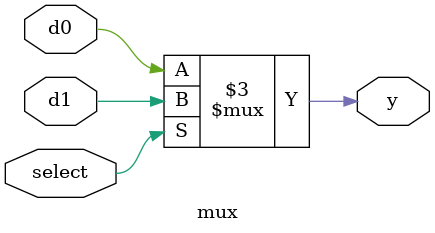
<source format=sv>
`timescale 1ns / 1ps


module mux(
    input logic d0, d1, 
    input logic  select,
    output logic y
    );
    
    always_comb begin
        if(select) 
            y = d1;
        else
            y = d0;
    end

endmodule

</source>
